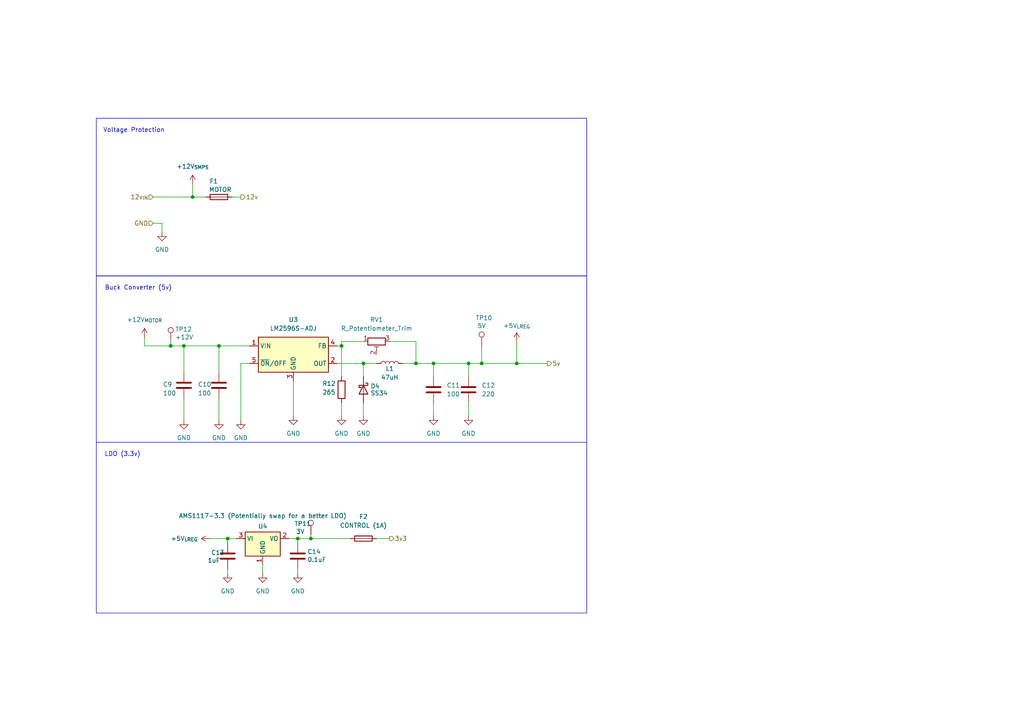
<source format=kicad_sch>
(kicad_sch (version 20250114) (generator "eeschema") (generator_version "9.0")
  (paper "A4")
  (lib_symbols
    (symbol "Connector:TestPoint" (pin_numbers (hide yes)) (pin_names (offset 0.762) (hide yes))
      (property "Reference" "TP" (at 0 6.858 0))
      (property "Value" "TestPoint" (at 0 5.08 0))
      (symbol "TestPoint_0_1"
        (circle (center 0 3.302) (radius 0.762))
      )
      (symbol "TestPoint_1_1"
        (pin passive line (at 0 0 90) (length 2.54) (name "1") (number "1"))
      )
    )
    (symbol "Device:C" (pin_numbers (hide yes)) (pin_names (offset 0.254))
      (property "Reference" "C" (at 0.635 2.54 0))
      (property "Value" "C" (at 0.635 -2.54 0))
      (symbol "C_0_1"
        (polyline (pts (xy -2.032 0.762) (xy 2.032 0.762)) (stroke (width 0.508)))
        (polyline (pts (xy -2.032 -0.762) (xy 2.032 -0.762)) (stroke (width 0.508)))
      )
      (symbol "C_1_1"
        (pin passive line (at 0 3.81 270) (length 2.794) (name "~") (number "1"))
        (pin passive line (at 0 -3.81 90) (length 2.794) (name "~") (number "2"))
      )
    )
    (symbol "Device:D_Schottky" (pin_numbers (hide yes)) (pin_names (offset 1.016) (hide yes))
      (property "Reference" "D" (at 0 2.54 0))
      (property "Value" "D_Schottky" (at 0 -2.54 0))
      (symbol "D_Schottky_0_1"
        (polyline (pts (xy -1.905 0.635) (xy -1.905 1.27) (xy -1.27 1.27) (xy -1.27 -1.27) (xy -0.635 -1.27) (xy -0.635 -0.635)) (stroke (width 0.254)))
        (polyline (pts (xy 1.27 1.27) (xy 1.27 -1.27) (xy -1.27 0) (xy 1.27 1.27)) (stroke (width 0.254)))
        (polyline (pts (xy 1.27 0) (xy -1.27 0)))
      )
      (symbol "D_Schottky_1_1"
        (pin passive line (at -3.81 0 0) (length 2.54) (name "K") (number "1"))
        (pin passive line (at 3.81 0 180) (length 2.54) (name "A") (number "2"))
      )
    )
    (symbol "Device:Fuse" (pin_numbers (hide yes)) (pin_names (offset 0))
      (property "Reference" "F" (at 2.032 0 90))
      (property "Value" "Fuse" (at -1.905 0 90))
      (symbol "Fuse_0_1"
        (rectangle (start -0.762 -2.54) (end 0.762 2.54) (stroke (width 0.254)))
        (polyline (pts (xy 0 2.54) (xy 0 -2.54)))
      )
      (symbol "Fuse_1_1"
        (pin passive line (at 0 3.81 270) (length 1.27) (name "~") (number "1"))
        (pin passive line (at 0 -3.81 90) (length 1.27) (name "~") (number "2"))
      )
    )
    (symbol "Device:L" (pin_numbers (hide yes)) (pin_names (offset 1.016) (hide yes))
      (property "Reference" "L" (at -1.27 0 90))
      (property "Value" "L" (at 1.905 0 90))
      (symbol "L_0_1"
        (arc (start 0 2.54) (mid 0.6323 1.905) (end 0 1.27))
        (arc (start 0 1.27) (mid 0.6323 0.635) (end 0 0))
        (arc (start 0 0) (mid 0.6323 -0.635) (end 0 -1.27))
        (arc (start 0 -1.27) (mid 0.6323 -1.905) (end 0 -2.54))
      )
      (symbol "L_1_1"
        (pin passive line (at 0 3.81 270) (length 1.27) (name "1") (number "1"))
        (pin passive line (at 0 -3.81 90) (length 1.27) (name "2") (number "2"))
      )
    )
    (symbol "Device:R" (pin_numbers (hide yes)) (pin_names (offset 0))
      (property "Reference" "R" (at 2.032 0 90))
      (property "Value" "R" (at 0 0 90))
      (symbol "R_0_1"
        (rectangle (start -1.016 -2.54) (end 1.016 2.54) (stroke (width 0.254)))
      )
      (symbol "R_1_1"
        (pin passive line (at 0 3.81 270) (length 1.27) (name "~") (number "1"))
        (pin passive line (at 0 -3.81 90) (length 1.27) (name "~") (number "2"))
      )
    )
    (symbol "Device:R_Potentiometer_Trim" (pin_names (offset 1.016) (hide yes))
      (property "Reference" "RV" (at -4.445 0 90))
      (property "Value" "R_Potentiometer_Trim" (at -2.54 0 90))
      (symbol "R_Potentiometer_Trim_0_1"
        (rectangle (start 1.016 2.54) (end -1.016 -2.54) (stroke (width 0.254)))
        (polyline (pts (xy 1.524 0.762) (xy 1.524 -0.762)))
        (polyline (pts (xy 2.54 0) (xy 1.524 0)))
      )
      (symbol "R_Potentiometer_Trim_1_1"
        (pin passive line (at 0 3.81 270) (length 1.27) (name "1") (number "1"))
        (pin passive line (at 0 -3.81 90) (length 1.27) (name "3") (number "3"))
        (pin passive line (at 3.81 0 180) (length 1.27) (name "2") (number "2"))
      )
    )
    (symbol "Regulator_Linear:AMS1117-3.3"
      (property "Reference" "U" (at -3.81 3.175 0))
      (property "Value" "AMS1117-3.3" (at 0 3.175 0))
      (symbol "AMS1117-3.3_0_1"
        (rectangle (start -5.08 -5.08) (end 5.08 1.905) (stroke (width 0.254)) (fill (type background)))
      )
      (symbol "AMS1117-3.3_1_1"
        (pin power_in line (at -7.62 0 0) (length 2.54) (name "VI") (number "3"))
        (pin power_in line (at 0 -7.62 90) (length 2.54) (name "GND") (number "1"))
        (pin power_out line (at 7.62 0 180) (length 2.54) (name "VO") (number "2"))
      )
    )
    (symbol "Regulator_Switching:LM2596S-ADJ"
      (property "Reference" "U" (at -10.16 6.35 0))
      (property "Value" "LM2596S-ADJ" (at 0 6.35 0))
      (symbol "LM2596S-ADJ_0_1"
        (rectangle (start -10.16 5.08) (end 10.16 -5.08) (stroke (width 0.254)) (fill (type background)))
      )
      (symbol "LM2596S-ADJ_1_1"
        (pin power_in line (at -12.7 2.54 0) (length 2.54) (name "VIN") (number "1"))
        (pin input line (at -12.7 -2.54 0) (length 2.54) (name "~{ON}/OFF") (number "5"))
        (pin power_in line (at 0 -7.62 90) (length 2.54) (name "GND") (number "3"))
        (pin input line (at 12.7 2.54 180) (length 2.54) (name "FB") (number "4"))
        (pin output line (at 12.7 -2.54 180) (length 2.54) (name "OUT") (number "2"))
      )
    )
    (symbol "power:+12V" (power) (pin_numbers (hide yes)) (pin_names (offset 0) (hide yes))
      (property "Value" "+12V" (at 0 3.556 0))
      (symbol "+12V_0_1"
        (polyline (pts (xy -0.762 1.27) (xy 0 2.54)))
        (polyline (pts (xy 0 2.54) (xy 0.762 1.27)))
        (polyline (pts (xy 0 0) (xy 0 2.54)))
      )
      (symbol "+12V_1_1"
        (pin power_in line (at 0 0 90) (length 0) (name "~") (number "1"))
      )
    )
    (symbol "power:GND" (power) (pin_numbers (hide yes)) (pin_names (offset 0) (hide yes))
      (property "Value" "GND" (at 0 -3.81 0))
      (symbol "GND_0_1"
        (polyline (pts (xy 0 0) (xy 0 -1.27) (xy 1.27 -1.27) (xy 0 -2.54) (xy -1.27 -1.27) (xy 0 -1.27)))
      )
      (symbol "GND_1_1"
        (pin power_in line (at 0 0 270) (length 0) (name "~") (number "1"))
      )
    )
  )
  (rectangle (start 27.94 80.01) (end 170.18 128.27))
  (rectangle (start 27.94 128.27) (end 170.18 177.8))
  (rectangle (start 27.94 34.29) (end 170.18 80.01))
  (text "Buck Converter (5v)" (at 40.132 83.566 0) (effects (font (size 1.27 1.27))))
  (text "LDO (3.3v)" (at 35.56 131.826 0) (effects (font (size 1.27 1.27))))
  (text "Voltage Protection" (at 38.862 37.846 0) (effects (font (size 1.27 1.27))))
  (junction (at 53.34 100.33))
  (junction (at 66.04 156.21))
  (junction (at 90.17 156.21))
  (junction (at 99.06 100.33))
  (junction (at 135.89 105.41))
  (junction (at 105.41 105.41))
  (junction (at 86.36 156.21))
  (junction (at 63.5 100.33))
  (junction (at 139.7 105.41))
  (junction (at 49.53 100.33))
  (junction (at 55.88 57.15))
  (junction (at 120.65 105.41))
  (junction (at 149.86 105.41))
  (junction (at 125.73 105.41))
  (wire (pts (xy 44.45 64.77) (xy 46.99 64.77)))
  (wire (pts (xy 53.34 100.33) (xy 63.5 100.33)))
  (wire (pts (xy 86.36 165.1) (xy 86.36 166.37)))
  (wire (pts (xy 149.86 105.41) (xy 158.75 105.41)))
  (wire (pts (xy 69.85 57.15) (xy 67.31 57.15)))
  (wire (pts (xy 125.73 109.22) (xy 125.73 105.41)))
  (wire (pts (xy 135.89 105.41) (xy 139.7 105.41)))
  (wire (pts (xy 90.17 154.94) (xy 90.17 156.21)))
  (wire (pts (xy 109.22 156.21) (xy 113.03 156.21)))
  (wire (pts (xy 139.7 105.41) (xy 149.86 105.41)))
  (wire (pts (xy 85.09 110.49) (xy 85.09 120.65)))
  (wire (pts (xy 116.84 105.41) (xy 120.65 105.41)))
  (wire (pts (xy 120.65 105.41) (xy 125.73 105.41)))
  (wire (pts (xy 99.06 116.84) (xy 99.06 120.65)))
  (wire (pts (xy 60.96 156.21) (xy 66.04 156.21)))
  (wire (pts (xy 135.89 105.41) (xy 125.73 105.41)))
  (wire (pts (xy 55.88 57.15) (xy 59.69 57.15)))
  (wire (pts (xy 49.53 99.06) (xy 49.53 100.33)))
  (wire (pts (xy 55.88 53.34) (xy 55.88 57.15)))
  (wire (pts (xy 105.41 116.84) (xy 105.41 120.65)))
  (wire (pts (xy 120.65 99.06) (xy 113.03 99.06)))
  (wire (pts (xy 135.89 109.22) (xy 135.89 105.41)))
  (wire (pts (xy 99.06 99.06) (xy 105.41 99.06)))
  (wire (pts (xy 90.17 156.21) (xy 101.6 156.21)))
  (wire (pts (xy 49.53 100.33) (xy 53.34 100.33)))
  (wire (pts (xy 66.04 157.48) (xy 66.04 156.21)))
  (wire (pts (xy 53.34 100.33) (xy 53.34 107.95)))
  (wire (pts (xy 66.04 165.1) (xy 66.04 166.37)))
  (wire (pts (xy 125.73 116.84) (xy 125.73 120.65)))
  (wire (pts (xy 41.91 97.79) (xy 41.91 100.33)))
  (wire (pts (xy 63.5 115.57) (xy 63.5 121.92)))
  (wire (pts (xy 53.34 115.57) (xy 53.34 121.92)))
  (wire (pts (xy 86.36 156.21) (xy 90.17 156.21)))
  (wire (pts (xy 105.41 105.41) (xy 109.22 105.41)))
  (wire (pts (xy 44.45 57.15) (xy 55.88 57.15)))
  (wire (pts (xy 105.41 109.22) (xy 105.41 105.41)))
  (wire (pts (xy 46.99 64.77) (xy 46.99 67.31)))
  (wire (pts (xy 97.79 100.33) (xy 99.06 100.33)))
  (wire (pts (xy 83.82 156.21) (xy 86.36 156.21)))
  (wire (pts (xy 66.04 156.21) (xy 68.58 156.21)))
  (wire (pts (xy 63.5 107.95) (xy 63.5 100.33)))
  (wire (pts (xy 69.85 105.41) (xy 72.39 105.41)))
  (wire (pts (xy 99.06 100.33) (xy 99.06 109.22)))
  (wire (pts (xy 76.2 163.83) (xy 76.2 166.37)))
  (wire (pts (xy 69.85 105.41) (xy 69.85 121.92)))
  (wire (pts (xy 120.65 99.06) (xy 120.65 105.41)))
  (wire (pts (xy 99.06 99.06) (xy 99.06 100.33)))
  (wire (pts (xy 41.91 100.33) (xy 49.53 100.33)))
  (wire (pts (xy 139.7 100.33) (xy 139.7 105.41)))
  (wire (pts (xy 97.79 105.41) (xy 105.41 105.41)))
  (wire (pts (xy 86.36 156.21) (xy 86.36 157.48)))
  (wire (pts (xy 149.86 99.06) (xy 149.86 105.41)))
  (wire (pts (xy 135.89 116.84) (xy 135.89 120.65)))
  (wire (pts (xy 63.5 100.33) (xy 72.39 100.33)))
  (hierarchical_label "12v_{IN}" (shape input) (at 44.45 57.15 180))
  (hierarchical_label "12v" (shape output) (at 69.85 57.15 0))
  (hierarchical_label "3v3" (shape output) (at 113.03 156.21 0))
  (hierarchical_label "GND" (shape input) (at 44.45 64.77 180))
  (hierarchical_label "5v" (shape output) (at 158.75 105.41 0))
  (symbol (lib_id "power:+12V") (at 149.86 99.06 0) (unit 1)
    (property "Reference" "#PWR035" (effects (hide yes)))
    (property "Value" "+5V_{LREG}" (at 149.86 94.4686 0))
    (property "Description" "Power symbol creates a global label with name \"+12V\"" (effects (hide yes)))
  )
  (symbol (lib_id "power:GND") (at 46.99 67.31 0) (unit 1)
    (property "Reference" "#PWR033" (effects (hide yes)))
    (property "Value" "GND" (at 46.99 72.39 0))
    (property "Description" "Power symbol creates a global label with name \"GND\" , ground" (effects (hide yes)))
  )
  (symbol (lib_id "power:GND") (at 86.36 166.37 0) (unit 1)
    (property "Reference" "#PWR047" (effects (hide yes)))
    (property "Value" "GND" (at 86.36 171.45 0))
    (property "Description" "Power symbol creates a global label with name \"GND\" , ground" (effects (hide yes)))
  )
  (symbol (lib_id "power:GND") (at 53.34 121.92 0) (unit 1)
    (property "Reference" "#PWR041" (effects (hide yes)))
    (property "Value" "GND" (at 53.34 127 0))
    (property "Description" "Power symbol creates a global label with name \"GND\" , ground" (effects (hide yes)))
  )
  (symbol (lib_id "Device:C") (at 63.5 111.76 0) (unit 1)
    (property "Reference" "C10" (at 57.404 111.506 0) (effects (justify left)))
    (property "Value" "100" (at 57.404 114.046 0) (effects (justify left)))
    (property "Footprint" "Capacitor_SMD:C_0603_1608Metric_Pad1.08x0.95mm_HandSolder" (effects (hide yes)))
    (property "Description" "Unpolarized capacitor" (effects (hide yes)))
  )
  (symbol (lib_id "power:+12V") (at 60.96 156.21 90) (unit 1)
    (property "Reference" "#PWR044" (effects (hide yes)))
    (property "Value" "+5V_{LREG}" (at 57.4053 156.2099 90) (effects (justify left)))
    (property "Description" "Power symbol creates a global label with name \"+12V\"" (effects (hide yes)))
  )
  (symbol (lib_id "Device:Fuse") (at 63.5 57.15 90) (unit 1)
    (property "Reference" "F1" (at 63.246 52.578 90) (effects (justify left)))
    (property "Value" "MOTOR" (at 67.183 54.9911 90) (effects (justify left)))
    (property "Footprint" "Fuse:Fuse_0603_1608Metric_Pad1.05x0.95mm_HandSolder" (effects (hide yes)))
    (property "Description" "Fuse" (effects (hide yes)))
  )
  (symbol (lib_id "power:+12V") (at 41.91 97.79 0) (unit 1)
    (property "Reference" "#PWR034" (effects (hide yes)))
    (property "Value" "+12V_{MOTOR}" (at 41.91 92.71 0))
    (property "Description" "Power symbol creates a global label with name \"+12V\"" (effects (hide yes)))
  )
  (symbol (lib_id "Device:R_Potentiometer_Trim") (at 109.22 99.06 90) (mirror x) (unit 1)
    (property "Reference" "RV1" (at 109.22 92.71 90))
    (property "Value" "R_Potentiometer_Trim" (at 109.22 95.25 90))
    (property "Footprint" "Potentiometer_THT:Potentiometer_Bourns_3296W_Vertical" (effects (hide yes)))
    (property "Description" "Trim-potentiometer" (effects (hide yes)))
  )
  (symbol (lib_id "power:+12V") (at 55.88 53.34 0) (unit 1)
    (property "Reference" "#PWR032" (effects (hide yes)))
    (property "Value" "+12V_{SMPS}" (at 55.88 48.26 0))
    (property "Description" "Power symbol creates a global label with name \"+12V\"" (effects (hide yes)))
  )
  (symbol (lib_id "Device:L") (at 113.03 105.41 90) (unit 1)
    (property "Reference" "L1" (at 113.03 106.934 90))
    (property "Value" "47uH" (at 113.03 109.474 90))
    (property "Footprint" "Inductor_SMD:L_12x12mm_H8mm" (effects (hide yes)))
    (property "Description" "Inductor" (effects (hide yes)))
  )
  (symbol (lib_id "power:GND") (at 105.41 120.65 0) (unit 1)
    (property "Reference" "#PWR038" (effects (hide yes)))
    (property "Value" "GND" (at 105.41 125.73 0))
    (property "Description" "Power symbol creates a global label with name \"GND\" , ground" (effects (hide yes)))
  )
  (symbol (lib_id "power:GND") (at 99.06 120.65 0) (unit 1)
    (property "Reference" "#PWR037" (effects (hide yes)))
    (property "Value" "GND" (at 99.06 125.73 0))
    (property "Description" "Power symbol creates a global label with name \"GND\" , ground" (effects (hide yes)))
  )
  (symbol (lib_id "power:GND") (at 63.5 121.92 0) (unit 1)
    (property "Reference" "#PWR042" (effects (hide yes)))
    (property "Value" "GND" (at 63.5 127 0))
    (property "Description" "Power symbol creates a global label with name \"GND\" , ground" (effects (hide yes)))
  )
  (symbol (lib_id "Device:D_Schottky") (at 105.41 113.03 270) (unit 1)
    (property "Reference" "D4" (at 107.442 112.014 90) (effects (justify left)))
    (property "Value" "SS34" (at 107.442 114.046 90) (effects (justify left)))
    (property "Footprint" "Diode_SMD:D_SMA_Handsoldering" (effects (hide yes)))
    (property "Description" "Schottky diode" (effects (hide yes)))
  )
  (symbol (lib_id "Regulator_Linear:AMS1117-3.3") (at 76.2 156.21 0) (unit 1)
    (property "Reference" "U4" (at 76.2 152.654 0))
    (property "Value" "AMS1117-3.3 (Potentially swap for a better LDO)" (at 76.2 149.606 0))
    (property "Footprint" "Package_TO_SOT_SMD:SOT-223-3_TabPin2" (effects (hide yes)))
    (property "Datasheet" "http://www.advanced-monolithic.com/pdf/ds1117.pdf" (effects (hide yes)))
    (property "Description" "1A Low Dropout regulator, positive, 3.3V fixed output, SOT-223" (effects (hide yes)))
  )
  (symbol (lib_id "power:GND") (at 135.89 120.65 0) (unit 1)
    (property "Reference" "#PWR040" (effects (hide yes)))
    (property "Value" "GND" (at 135.89 125.73 0))
    (property "Description" "Power symbol creates a global label with name \"GND\" , ground" (effects (hide yes)))
  )
  (symbol (lib_id "Connector:TestPoint") (at 90.17 154.94 0) (unit 1)
    (property "Reference" "TP11" (at 85.344 151.892 0) (effects (justify left)))
    (property "Value" "3V" (at 85.852 154.178 0) (effects (justify left)))
    (property "Footprint" "TestPoint:TestPoint_Pad_D1.0mm" (effects (hide yes)))
    (property "Description" "test point" (effects (hide yes)))
  )
  (symbol (lib_id "Device:C") (at 125.73 113.03 0) (unit 1)
    (property "Reference" "C11" (at 129.54 111.7599 0) (effects (justify left)))
    (property "Value" "100" (at 129.54 114.2999 0) (effects (justify left)))
    (property "Footprint" "Capacitor_SMD:C_0603_1608Metric_Pad1.08x0.95mm_HandSolder" (effects (hide yes)))
    (property "Description" "Unpolarized capacitor" (effects (hide yes)))
  )
  (symbol (lib_id "power:GND") (at 76.2 166.37 0) (unit 1)
    (property "Reference" "#PWR046" (effects (hide yes)))
    (property "Value" "GND" (at 76.2 171.45 0))
    (property "Description" "Power symbol creates a global label with name \"GND\" , ground" (effects (hide yes)))
  )
  (symbol (lib_id "Connector:TestPoint") (at 139.7 100.33 0) (unit 1)
    (property "Reference" "TP10" (at 137.922 92.202 0) (effects (justify left)))
    (property "Value" "5V" (at 138.43 94.488 0) (effects (justify left)))
    (property "Footprint" "TestPoint:TestPoint_Pad_D1.0mm" (effects (hide yes)))
    (property "Description" "test point" (effects (hide yes)))
  )
  (symbol (lib_id "Regulator_Switching:LM2596S-ADJ") (at 85.09 102.87 0) (unit 1)
    (property "Reference" "U3" (at 85.09 92.71 0))
    (property "Value" "LM2596S-ADJ" (at 85.09 95.25 0))
    (property "Footprint" "Package_TO_SOT_SMD:TO-263-5_TabPin3" (effects (hide yes)))
    (property "Datasheet" "http://www.ti.com/lit/ds/symlink/lm2596.pdf" (effects (hide yes)))
    (property "Description" "Adjustable 3A Step-Down Voltage Regulator, TO-263" (effects (hide yes)))
  )
  (symbol (lib_id "power:GND") (at 85.09 120.65 0) (unit 1)
    (property "Reference" "#PWR036" (effects (hide yes)))
    (property "Value" "GND" (at 85.09 125.73 0))
    (property "Description" "Power symbol creates a global label with name \"GND\" , ground" (effects (hide yes)))
  )
  (symbol (lib_id "Device:Fuse") (at 105.41 156.21 90) (unit 1)
    (property "Reference" "F2" (at 105.41 149.86 90))
    (property "Value" "CONTROL (1A)" (at 105.41 152.4 90))
    (property "Footprint" "Fuse:Fuse_0603_1608Metric_Pad1.05x0.95mm_HandSolder" (effects (hide yes)))
    (property "Description" "Fuse" (effects (hide yes)))
  )
  (symbol (lib_id "Device:C") (at 53.34 111.76 0) (unit 1)
    (property "Reference" "C9" (at 47.244 111.506 0) (effects (justify left)))
    (property "Value" "100" (at 47.244 114.046 0) (effects (justify left)))
    (property "Footprint" "Capacitor_SMD:CP_Elec_8x10" (effects (hide yes)))
    (property "Description" "Unpolarized capacitor" (effects (hide yes)))
  )
  (symbol (lib_id "Device:C") (at 86.36 161.29 0) (unit 1)
    (property "Reference" "C14" (at 89.154 160.02 0) (effects (justify left)))
    (property "Value" "0.1uF" (at 89.154 162.306 0) (effects (justify left)))
    (property "Footprint" "Capacitor_SMD:C_0603_1608Metric_Pad1.08x0.95mm_HandSolder" (effects (hide yes)))
    (property "Description" "Unpolarized capacitor" (effects (hide yes)))
  )
  (symbol (lib_id "power:GND") (at 125.73 120.65 0) (unit 1)
    (property "Reference" "#PWR039" (effects (hide yes)))
    (property "Value" "GND" (at 125.73 125.73 0))
    (property "Description" "Power symbol creates a global label with name \"GND\" , ground" (effects (hide yes)))
  )
  (symbol (lib_id "Device:C") (at 66.04 161.29 0) (unit 1)
    (property "Reference" "C13" (at 61.214 160.274 0) (effects (justify left)))
    (property "Value" "1uF" (at 60.198 162.56 0) (effects (justify left)))
    (property "Footprint" "Capacitor_SMD:C_0603_1608Metric_Pad1.08x0.95mm_HandSolder" (effects (hide yes)))
    (property "Description" "Unpolarized capacitor" (effects (hide yes)))
  )
  (symbol (lib_id "Device:C") (at 135.89 113.03 0) (unit 1)
    (property "Reference" "C12" (at 139.7 111.7599 0) (effects (justify left)))
    (property "Value" "220" (at 139.7 114.2999 0) (effects (justify left)))
    (property "Footprint" "Capacitor_SMD:CP_Elec_8x10" (effects (hide yes)))
    (property "Description" "Unpolarized capacitor" (effects (hide yes)))
  )
  (symbol (lib_id "power:GND") (at 66.04 166.37 0) (unit 1)
    (property "Reference" "#PWR045" (effects (hide yes)))
    (property "Value" "GND" (at 66.04 171.45 0))
    (property "Description" "Power symbol creates a global label with name \"GND\" , ground" (effects (hide yes)))
  )
  (symbol (lib_id "Connector:TestPoint") (at 49.53 99.06 0) (unit 1)
    (property "Reference" "TP12" (at 50.8 95.504 0) (effects (justify left)))
    (property "Value" "+12V" (at 50.8 97.79 0) (effects (justify left)))
    (property "Footprint" "TestPoint:TestPoint_Pad_D1.0mm" (effects (hide yes)))
    (property "Description" "test point" (effects (hide yes)))
  )
  (symbol (lib_id "Device:R") (at 99.06 113.03 0) (unit 1)
    (property "Reference" "R12" (at 93.472 111.252 0) (effects (justify left)))
    (property "Value" "265" (at 93.472 113.792 0) (effects (justify left)))
    (property "Footprint" "Resistor_SMD:R_0603_1608Metric_Pad0.98x0.95mm_HandSolder" (effects (hide yes)))
    (property "Description" "Resistor" (effects (hide yes)))
  )
  (symbol (lib_id "power:GND") (at 69.85 121.92 0) (unit 1)
    (property "Reference" "#PWR043" (effects (hide yes)))
    (property "Value" "GND" (at 69.85 127 0))
    (property "Description" "Power symbol creates a global label with name \"GND\" , ground" (effects (hide yes)))
  )
)
</source>
